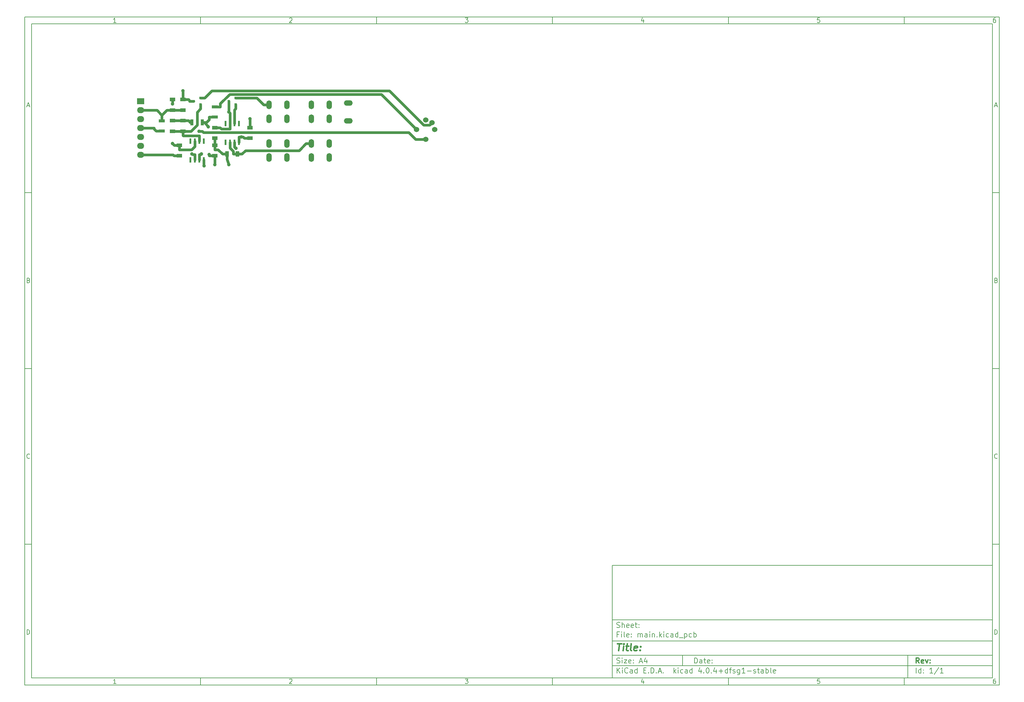
<source format=gbr>
G04 #@! TF.FileFunction,Copper,L1,Top,Signal*
%FSLAX46Y46*%
G04 Gerber Fmt 4.6, Leading zero omitted, Abs format (unit mm)*
G04 Created by KiCad (PCBNEW 4.0.4+dfsg1-stable) date Wed Feb 15 13:47:44 2017*
%MOMM*%
%LPD*%
G01*
G04 APERTURE LIST*
%ADD10C,0.100000*%
%ADD11C,0.150000*%
%ADD12C,0.300000*%
%ADD13C,0.400000*%
%ADD14R,0.800100X0.800100*%
%ADD15R,1.600000X1.000000*%
%ADD16R,1.000000X1.600000*%
%ADD17R,0.900000X1.700000*%
%ADD18R,1.700000X0.900000*%
%ADD19R,0.600000X1.550000*%
%ADD20O,1.501140X2.499360*%
%ADD21O,2.499360X1.501140*%
%ADD22C,1.524000*%
%ADD23R,2.032000X1.727200*%
%ADD24O,2.032000X1.727200*%
%ADD25C,1.000000*%
%ADD26C,0.750000*%
G04 APERTURE END LIST*
D10*
D11*
X177002200Y-166007200D02*
X177002200Y-198007200D01*
X285002200Y-198007200D01*
X285002200Y-166007200D01*
X177002200Y-166007200D01*
D10*
D11*
X10000000Y-10000000D02*
X10000000Y-200007200D01*
X287002200Y-200007200D01*
X287002200Y-10000000D01*
X10000000Y-10000000D01*
D10*
D11*
X12000000Y-12000000D02*
X12000000Y-198007200D01*
X285002200Y-198007200D01*
X285002200Y-12000000D01*
X12000000Y-12000000D01*
D10*
D11*
X60000000Y-12000000D02*
X60000000Y-10000000D01*
D10*
D11*
X110000000Y-12000000D02*
X110000000Y-10000000D01*
D10*
D11*
X160000000Y-12000000D02*
X160000000Y-10000000D01*
D10*
D11*
X210000000Y-12000000D02*
X210000000Y-10000000D01*
D10*
D11*
X260000000Y-12000000D02*
X260000000Y-10000000D01*
D10*
D11*
X35990476Y-11588095D02*
X35247619Y-11588095D01*
X35619048Y-11588095D02*
X35619048Y-10288095D01*
X35495238Y-10473810D01*
X35371429Y-10597619D01*
X35247619Y-10659524D01*
D10*
D11*
X85247619Y-10411905D02*
X85309524Y-10350000D01*
X85433333Y-10288095D01*
X85742857Y-10288095D01*
X85866667Y-10350000D01*
X85928571Y-10411905D01*
X85990476Y-10535714D01*
X85990476Y-10659524D01*
X85928571Y-10845238D01*
X85185714Y-11588095D01*
X85990476Y-11588095D01*
D10*
D11*
X135185714Y-10288095D02*
X135990476Y-10288095D01*
X135557143Y-10783333D01*
X135742857Y-10783333D01*
X135866667Y-10845238D01*
X135928571Y-10907143D01*
X135990476Y-11030952D01*
X135990476Y-11340476D01*
X135928571Y-11464286D01*
X135866667Y-11526190D01*
X135742857Y-11588095D01*
X135371429Y-11588095D01*
X135247619Y-11526190D01*
X135185714Y-11464286D01*
D10*
D11*
X185866667Y-10721429D02*
X185866667Y-11588095D01*
X185557143Y-10226190D02*
X185247619Y-11154762D01*
X186052381Y-11154762D01*
D10*
D11*
X235928571Y-10288095D02*
X235309524Y-10288095D01*
X235247619Y-10907143D01*
X235309524Y-10845238D01*
X235433333Y-10783333D01*
X235742857Y-10783333D01*
X235866667Y-10845238D01*
X235928571Y-10907143D01*
X235990476Y-11030952D01*
X235990476Y-11340476D01*
X235928571Y-11464286D01*
X235866667Y-11526190D01*
X235742857Y-11588095D01*
X235433333Y-11588095D01*
X235309524Y-11526190D01*
X235247619Y-11464286D01*
D10*
D11*
X285866667Y-10288095D02*
X285619048Y-10288095D01*
X285495238Y-10350000D01*
X285433333Y-10411905D01*
X285309524Y-10597619D01*
X285247619Y-10845238D01*
X285247619Y-11340476D01*
X285309524Y-11464286D01*
X285371429Y-11526190D01*
X285495238Y-11588095D01*
X285742857Y-11588095D01*
X285866667Y-11526190D01*
X285928571Y-11464286D01*
X285990476Y-11340476D01*
X285990476Y-11030952D01*
X285928571Y-10907143D01*
X285866667Y-10845238D01*
X285742857Y-10783333D01*
X285495238Y-10783333D01*
X285371429Y-10845238D01*
X285309524Y-10907143D01*
X285247619Y-11030952D01*
D10*
D11*
X60000000Y-198007200D02*
X60000000Y-200007200D01*
D10*
D11*
X110000000Y-198007200D02*
X110000000Y-200007200D01*
D10*
D11*
X160000000Y-198007200D02*
X160000000Y-200007200D01*
D10*
D11*
X210000000Y-198007200D02*
X210000000Y-200007200D01*
D10*
D11*
X260000000Y-198007200D02*
X260000000Y-200007200D01*
D10*
D11*
X35990476Y-199595295D02*
X35247619Y-199595295D01*
X35619048Y-199595295D02*
X35619048Y-198295295D01*
X35495238Y-198481010D01*
X35371429Y-198604819D01*
X35247619Y-198666724D01*
D10*
D11*
X85247619Y-198419105D02*
X85309524Y-198357200D01*
X85433333Y-198295295D01*
X85742857Y-198295295D01*
X85866667Y-198357200D01*
X85928571Y-198419105D01*
X85990476Y-198542914D01*
X85990476Y-198666724D01*
X85928571Y-198852438D01*
X85185714Y-199595295D01*
X85990476Y-199595295D01*
D10*
D11*
X135185714Y-198295295D02*
X135990476Y-198295295D01*
X135557143Y-198790533D01*
X135742857Y-198790533D01*
X135866667Y-198852438D01*
X135928571Y-198914343D01*
X135990476Y-199038152D01*
X135990476Y-199347676D01*
X135928571Y-199471486D01*
X135866667Y-199533390D01*
X135742857Y-199595295D01*
X135371429Y-199595295D01*
X135247619Y-199533390D01*
X135185714Y-199471486D01*
D10*
D11*
X185866667Y-198728629D02*
X185866667Y-199595295D01*
X185557143Y-198233390D02*
X185247619Y-199161962D01*
X186052381Y-199161962D01*
D10*
D11*
X235928571Y-198295295D02*
X235309524Y-198295295D01*
X235247619Y-198914343D01*
X235309524Y-198852438D01*
X235433333Y-198790533D01*
X235742857Y-198790533D01*
X235866667Y-198852438D01*
X235928571Y-198914343D01*
X235990476Y-199038152D01*
X235990476Y-199347676D01*
X235928571Y-199471486D01*
X235866667Y-199533390D01*
X235742857Y-199595295D01*
X235433333Y-199595295D01*
X235309524Y-199533390D01*
X235247619Y-199471486D01*
D10*
D11*
X285866667Y-198295295D02*
X285619048Y-198295295D01*
X285495238Y-198357200D01*
X285433333Y-198419105D01*
X285309524Y-198604819D01*
X285247619Y-198852438D01*
X285247619Y-199347676D01*
X285309524Y-199471486D01*
X285371429Y-199533390D01*
X285495238Y-199595295D01*
X285742857Y-199595295D01*
X285866667Y-199533390D01*
X285928571Y-199471486D01*
X285990476Y-199347676D01*
X285990476Y-199038152D01*
X285928571Y-198914343D01*
X285866667Y-198852438D01*
X285742857Y-198790533D01*
X285495238Y-198790533D01*
X285371429Y-198852438D01*
X285309524Y-198914343D01*
X285247619Y-199038152D01*
D10*
D11*
X10000000Y-60000000D02*
X12000000Y-60000000D01*
D10*
D11*
X10000000Y-110000000D02*
X12000000Y-110000000D01*
D10*
D11*
X10000000Y-160000000D02*
X12000000Y-160000000D01*
D10*
D11*
X10690476Y-35216667D02*
X11309524Y-35216667D01*
X10566667Y-35588095D02*
X11000000Y-34288095D01*
X11433333Y-35588095D01*
D10*
D11*
X11092857Y-84907143D02*
X11278571Y-84969048D01*
X11340476Y-85030952D01*
X11402381Y-85154762D01*
X11402381Y-85340476D01*
X11340476Y-85464286D01*
X11278571Y-85526190D01*
X11154762Y-85588095D01*
X10659524Y-85588095D01*
X10659524Y-84288095D01*
X11092857Y-84288095D01*
X11216667Y-84350000D01*
X11278571Y-84411905D01*
X11340476Y-84535714D01*
X11340476Y-84659524D01*
X11278571Y-84783333D01*
X11216667Y-84845238D01*
X11092857Y-84907143D01*
X10659524Y-84907143D01*
D10*
D11*
X11402381Y-135464286D02*
X11340476Y-135526190D01*
X11154762Y-135588095D01*
X11030952Y-135588095D01*
X10845238Y-135526190D01*
X10721429Y-135402381D01*
X10659524Y-135278571D01*
X10597619Y-135030952D01*
X10597619Y-134845238D01*
X10659524Y-134597619D01*
X10721429Y-134473810D01*
X10845238Y-134350000D01*
X11030952Y-134288095D01*
X11154762Y-134288095D01*
X11340476Y-134350000D01*
X11402381Y-134411905D01*
D10*
D11*
X10659524Y-185588095D02*
X10659524Y-184288095D01*
X10969048Y-184288095D01*
X11154762Y-184350000D01*
X11278571Y-184473810D01*
X11340476Y-184597619D01*
X11402381Y-184845238D01*
X11402381Y-185030952D01*
X11340476Y-185278571D01*
X11278571Y-185402381D01*
X11154762Y-185526190D01*
X10969048Y-185588095D01*
X10659524Y-185588095D01*
D10*
D11*
X287002200Y-60000000D02*
X285002200Y-60000000D01*
D10*
D11*
X287002200Y-110000000D02*
X285002200Y-110000000D01*
D10*
D11*
X287002200Y-160000000D02*
X285002200Y-160000000D01*
D10*
D11*
X285692676Y-35216667D02*
X286311724Y-35216667D01*
X285568867Y-35588095D02*
X286002200Y-34288095D01*
X286435533Y-35588095D01*
D10*
D11*
X286095057Y-84907143D02*
X286280771Y-84969048D01*
X286342676Y-85030952D01*
X286404581Y-85154762D01*
X286404581Y-85340476D01*
X286342676Y-85464286D01*
X286280771Y-85526190D01*
X286156962Y-85588095D01*
X285661724Y-85588095D01*
X285661724Y-84288095D01*
X286095057Y-84288095D01*
X286218867Y-84350000D01*
X286280771Y-84411905D01*
X286342676Y-84535714D01*
X286342676Y-84659524D01*
X286280771Y-84783333D01*
X286218867Y-84845238D01*
X286095057Y-84907143D01*
X285661724Y-84907143D01*
D10*
D11*
X286404581Y-135464286D02*
X286342676Y-135526190D01*
X286156962Y-135588095D01*
X286033152Y-135588095D01*
X285847438Y-135526190D01*
X285723629Y-135402381D01*
X285661724Y-135278571D01*
X285599819Y-135030952D01*
X285599819Y-134845238D01*
X285661724Y-134597619D01*
X285723629Y-134473810D01*
X285847438Y-134350000D01*
X286033152Y-134288095D01*
X286156962Y-134288095D01*
X286342676Y-134350000D01*
X286404581Y-134411905D01*
D10*
D11*
X285661724Y-185588095D02*
X285661724Y-184288095D01*
X285971248Y-184288095D01*
X286156962Y-184350000D01*
X286280771Y-184473810D01*
X286342676Y-184597619D01*
X286404581Y-184845238D01*
X286404581Y-185030952D01*
X286342676Y-185278571D01*
X286280771Y-185402381D01*
X286156962Y-185526190D01*
X285971248Y-185588095D01*
X285661724Y-185588095D01*
D10*
D11*
X200359343Y-193785771D02*
X200359343Y-192285771D01*
X200716486Y-192285771D01*
X200930771Y-192357200D01*
X201073629Y-192500057D01*
X201145057Y-192642914D01*
X201216486Y-192928629D01*
X201216486Y-193142914D01*
X201145057Y-193428629D01*
X201073629Y-193571486D01*
X200930771Y-193714343D01*
X200716486Y-193785771D01*
X200359343Y-193785771D01*
X202502200Y-193785771D02*
X202502200Y-193000057D01*
X202430771Y-192857200D01*
X202287914Y-192785771D01*
X202002200Y-192785771D01*
X201859343Y-192857200D01*
X202502200Y-193714343D02*
X202359343Y-193785771D01*
X202002200Y-193785771D01*
X201859343Y-193714343D01*
X201787914Y-193571486D01*
X201787914Y-193428629D01*
X201859343Y-193285771D01*
X202002200Y-193214343D01*
X202359343Y-193214343D01*
X202502200Y-193142914D01*
X203002200Y-192785771D02*
X203573629Y-192785771D01*
X203216486Y-192285771D02*
X203216486Y-193571486D01*
X203287914Y-193714343D01*
X203430772Y-193785771D01*
X203573629Y-193785771D01*
X204645057Y-193714343D02*
X204502200Y-193785771D01*
X204216486Y-193785771D01*
X204073629Y-193714343D01*
X204002200Y-193571486D01*
X204002200Y-193000057D01*
X204073629Y-192857200D01*
X204216486Y-192785771D01*
X204502200Y-192785771D01*
X204645057Y-192857200D01*
X204716486Y-193000057D01*
X204716486Y-193142914D01*
X204002200Y-193285771D01*
X205359343Y-193642914D02*
X205430771Y-193714343D01*
X205359343Y-193785771D01*
X205287914Y-193714343D01*
X205359343Y-193642914D01*
X205359343Y-193785771D01*
X205359343Y-192857200D02*
X205430771Y-192928629D01*
X205359343Y-193000057D01*
X205287914Y-192928629D01*
X205359343Y-192857200D01*
X205359343Y-193000057D01*
D10*
D11*
X177002200Y-194507200D02*
X285002200Y-194507200D01*
D10*
D11*
X178359343Y-196585771D02*
X178359343Y-195085771D01*
X179216486Y-196585771D02*
X178573629Y-195728629D01*
X179216486Y-195085771D02*
X178359343Y-195942914D01*
X179859343Y-196585771D02*
X179859343Y-195585771D01*
X179859343Y-195085771D02*
X179787914Y-195157200D01*
X179859343Y-195228629D01*
X179930771Y-195157200D01*
X179859343Y-195085771D01*
X179859343Y-195228629D01*
X181430772Y-196442914D02*
X181359343Y-196514343D01*
X181145057Y-196585771D01*
X181002200Y-196585771D01*
X180787915Y-196514343D01*
X180645057Y-196371486D01*
X180573629Y-196228629D01*
X180502200Y-195942914D01*
X180502200Y-195728629D01*
X180573629Y-195442914D01*
X180645057Y-195300057D01*
X180787915Y-195157200D01*
X181002200Y-195085771D01*
X181145057Y-195085771D01*
X181359343Y-195157200D01*
X181430772Y-195228629D01*
X182716486Y-196585771D02*
X182716486Y-195800057D01*
X182645057Y-195657200D01*
X182502200Y-195585771D01*
X182216486Y-195585771D01*
X182073629Y-195657200D01*
X182716486Y-196514343D02*
X182573629Y-196585771D01*
X182216486Y-196585771D01*
X182073629Y-196514343D01*
X182002200Y-196371486D01*
X182002200Y-196228629D01*
X182073629Y-196085771D01*
X182216486Y-196014343D01*
X182573629Y-196014343D01*
X182716486Y-195942914D01*
X184073629Y-196585771D02*
X184073629Y-195085771D01*
X184073629Y-196514343D02*
X183930772Y-196585771D01*
X183645058Y-196585771D01*
X183502200Y-196514343D01*
X183430772Y-196442914D01*
X183359343Y-196300057D01*
X183359343Y-195871486D01*
X183430772Y-195728629D01*
X183502200Y-195657200D01*
X183645058Y-195585771D01*
X183930772Y-195585771D01*
X184073629Y-195657200D01*
X185930772Y-195800057D02*
X186430772Y-195800057D01*
X186645058Y-196585771D02*
X185930772Y-196585771D01*
X185930772Y-195085771D01*
X186645058Y-195085771D01*
X187287915Y-196442914D02*
X187359343Y-196514343D01*
X187287915Y-196585771D01*
X187216486Y-196514343D01*
X187287915Y-196442914D01*
X187287915Y-196585771D01*
X188002201Y-196585771D02*
X188002201Y-195085771D01*
X188359344Y-195085771D01*
X188573629Y-195157200D01*
X188716487Y-195300057D01*
X188787915Y-195442914D01*
X188859344Y-195728629D01*
X188859344Y-195942914D01*
X188787915Y-196228629D01*
X188716487Y-196371486D01*
X188573629Y-196514343D01*
X188359344Y-196585771D01*
X188002201Y-196585771D01*
X189502201Y-196442914D02*
X189573629Y-196514343D01*
X189502201Y-196585771D01*
X189430772Y-196514343D01*
X189502201Y-196442914D01*
X189502201Y-196585771D01*
X190145058Y-196157200D02*
X190859344Y-196157200D01*
X190002201Y-196585771D02*
X190502201Y-195085771D01*
X191002201Y-196585771D01*
X191502201Y-196442914D02*
X191573629Y-196514343D01*
X191502201Y-196585771D01*
X191430772Y-196514343D01*
X191502201Y-196442914D01*
X191502201Y-196585771D01*
X194502201Y-196585771D02*
X194502201Y-195085771D01*
X194645058Y-196014343D02*
X195073629Y-196585771D01*
X195073629Y-195585771D02*
X194502201Y-196157200D01*
X195716487Y-196585771D02*
X195716487Y-195585771D01*
X195716487Y-195085771D02*
X195645058Y-195157200D01*
X195716487Y-195228629D01*
X195787915Y-195157200D01*
X195716487Y-195085771D01*
X195716487Y-195228629D01*
X197073630Y-196514343D02*
X196930773Y-196585771D01*
X196645059Y-196585771D01*
X196502201Y-196514343D01*
X196430773Y-196442914D01*
X196359344Y-196300057D01*
X196359344Y-195871486D01*
X196430773Y-195728629D01*
X196502201Y-195657200D01*
X196645059Y-195585771D01*
X196930773Y-195585771D01*
X197073630Y-195657200D01*
X198359344Y-196585771D02*
X198359344Y-195800057D01*
X198287915Y-195657200D01*
X198145058Y-195585771D01*
X197859344Y-195585771D01*
X197716487Y-195657200D01*
X198359344Y-196514343D02*
X198216487Y-196585771D01*
X197859344Y-196585771D01*
X197716487Y-196514343D01*
X197645058Y-196371486D01*
X197645058Y-196228629D01*
X197716487Y-196085771D01*
X197859344Y-196014343D01*
X198216487Y-196014343D01*
X198359344Y-195942914D01*
X199716487Y-196585771D02*
X199716487Y-195085771D01*
X199716487Y-196514343D02*
X199573630Y-196585771D01*
X199287916Y-196585771D01*
X199145058Y-196514343D01*
X199073630Y-196442914D01*
X199002201Y-196300057D01*
X199002201Y-195871486D01*
X199073630Y-195728629D01*
X199145058Y-195657200D01*
X199287916Y-195585771D01*
X199573630Y-195585771D01*
X199716487Y-195657200D01*
X202216487Y-195585771D02*
X202216487Y-196585771D01*
X201859344Y-195014343D02*
X201502201Y-196085771D01*
X202430773Y-196085771D01*
X203002201Y-196442914D02*
X203073629Y-196514343D01*
X203002201Y-196585771D01*
X202930772Y-196514343D01*
X203002201Y-196442914D01*
X203002201Y-196585771D01*
X204002201Y-195085771D02*
X204145058Y-195085771D01*
X204287915Y-195157200D01*
X204359344Y-195228629D01*
X204430773Y-195371486D01*
X204502201Y-195657200D01*
X204502201Y-196014343D01*
X204430773Y-196300057D01*
X204359344Y-196442914D01*
X204287915Y-196514343D01*
X204145058Y-196585771D01*
X204002201Y-196585771D01*
X203859344Y-196514343D01*
X203787915Y-196442914D01*
X203716487Y-196300057D01*
X203645058Y-196014343D01*
X203645058Y-195657200D01*
X203716487Y-195371486D01*
X203787915Y-195228629D01*
X203859344Y-195157200D01*
X204002201Y-195085771D01*
X205145058Y-196442914D02*
X205216486Y-196514343D01*
X205145058Y-196585771D01*
X205073629Y-196514343D01*
X205145058Y-196442914D01*
X205145058Y-196585771D01*
X206502201Y-195585771D02*
X206502201Y-196585771D01*
X206145058Y-195014343D02*
X205787915Y-196085771D01*
X206716487Y-196085771D01*
X207287915Y-196014343D02*
X208430772Y-196014343D01*
X207859343Y-196585771D02*
X207859343Y-195442914D01*
X209787915Y-196585771D02*
X209787915Y-195085771D01*
X209787915Y-196514343D02*
X209645058Y-196585771D01*
X209359344Y-196585771D01*
X209216486Y-196514343D01*
X209145058Y-196442914D01*
X209073629Y-196300057D01*
X209073629Y-195871486D01*
X209145058Y-195728629D01*
X209216486Y-195657200D01*
X209359344Y-195585771D01*
X209645058Y-195585771D01*
X209787915Y-195657200D01*
X210287915Y-195585771D02*
X210859344Y-195585771D01*
X210502201Y-196585771D02*
X210502201Y-195300057D01*
X210573629Y-195157200D01*
X210716487Y-195085771D01*
X210859344Y-195085771D01*
X211287915Y-196514343D02*
X211430772Y-196585771D01*
X211716487Y-196585771D01*
X211859344Y-196514343D01*
X211930772Y-196371486D01*
X211930772Y-196300057D01*
X211859344Y-196157200D01*
X211716487Y-196085771D01*
X211502201Y-196085771D01*
X211359344Y-196014343D01*
X211287915Y-195871486D01*
X211287915Y-195800057D01*
X211359344Y-195657200D01*
X211502201Y-195585771D01*
X211716487Y-195585771D01*
X211859344Y-195657200D01*
X213216487Y-195585771D02*
X213216487Y-196800057D01*
X213145058Y-196942914D01*
X213073630Y-197014343D01*
X212930773Y-197085771D01*
X212716487Y-197085771D01*
X212573630Y-197014343D01*
X213216487Y-196514343D02*
X213073630Y-196585771D01*
X212787916Y-196585771D01*
X212645058Y-196514343D01*
X212573630Y-196442914D01*
X212502201Y-196300057D01*
X212502201Y-195871486D01*
X212573630Y-195728629D01*
X212645058Y-195657200D01*
X212787916Y-195585771D01*
X213073630Y-195585771D01*
X213216487Y-195657200D01*
X214716487Y-196585771D02*
X213859344Y-196585771D01*
X214287916Y-196585771D02*
X214287916Y-195085771D01*
X214145059Y-195300057D01*
X214002201Y-195442914D01*
X213859344Y-195514343D01*
X215359344Y-196014343D02*
X216502201Y-196014343D01*
X217145058Y-196514343D02*
X217287915Y-196585771D01*
X217573630Y-196585771D01*
X217716487Y-196514343D01*
X217787915Y-196371486D01*
X217787915Y-196300057D01*
X217716487Y-196157200D01*
X217573630Y-196085771D01*
X217359344Y-196085771D01*
X217216487Y-196014343D01*
X217145058Y-195871486D01*
X217145058Y-195800057D01*
X217216487Y-195657200D01*
X217359344Y-195585771D01*
X217573630Y-195585771D01*
X217716487Y-195657200D01*
X218216487Y-195585771D02*
X218787916Y-195585771D01*
X218430773Y-195085771D02*
X218430773Y-196371486D01*
X218502201Y-196514343D01*
X218645059Y-196585771D01*
X218787916Y-196585771D01*
X219930773Y-196585771D02*
X219930773Y-195800057D01*
X219859344Y-195657200D01*
X219716487Y-195585771D01*
X219430773Y-195585771D01*
X219287916Y-195657200D01*
X219930773Y-196514343D02*
X219787916Y-196585771D01*
X219430773Y-196585771D01*
X219287916Y-196514343D01*
X219216487Y-196371486D01*
X219216487Y-196228629D01*
X219287916Y-196085771D01*
X219430773Y-196014343D01*
X219787916Y-196014343D01*
X219930773Y-195942914D01*
X220645059Y-196585771D02*
X220645059Y-195085771D01*
X220645059Y-195657200D02*
X220787916Y-195585771D01*
X221073630Y-195585771D01*
X221216487Y-195657200D01*
X221287916Y-195728629D01*
X221359345Y-195871486D01*
X221359345Y-196300057D01*
X221287916Y-196442914D01*
X221216487Y-196514343D01*
X221073630Y-196585771D01*
X220787916Y-196585771D01*
X220645059Y-196514343D01*
X222216488Y-196585771D02*
X222073630Y-196514343D01*
X222002202Y-196371486D01*
X222002202Y-195085771D01*
X223359344Y-196514343D02*
X223216487Y-196585771D01*
X222930773Y-196585771D01*
X222787916Y-196514343D01*
X222716487Y-196371486D01*
X222716487Y-195800057D01*
X222787916Y-195657200D01*
X222930773Y-195585771D01*
X223216487Y-195585771D01*
X223359344Y-195657200D01*
X223430773Y-195800057D01*
X223430773Y-195942914D01*
X222716487Y-196085771D01*
D10*
D11*
X177002200Y-191507200D02*
X285002200Y-191507200D01*
D10*
D12*
X264216486Y-193785771D02*
X263716486Y-193071486D01*
X263359343Y-193785771D02*
X263359343Y-192285771D01*
X263930771Y-192285771D01*
X264073629Y-192357200D01*
X264145057Y-192428629D01*
X264216486Y-192571486D01*
X264216486Y-192785771D01*
X264145057Y-192928629D01*
X264073629Y-193000057D01*
X263930771Y-193071486D01*
X263359343Y-193071486D01*
X265430771Y-193714343D02*
X265287914Y-193785771D01*
X265002200Y-193785771D01*
X264859343Y-193714343D01*
X264787914Y-193571486D01*
X264787914Y-193000057D01*
X264859343Y-192857200D01*
X265002200Y-192785771D01*
X265287914Y-192785771D01*
X265430771Y-192857200D01*
X265502200Y-193000057D01*
X265502200Y-193142914D01*
X264787914Y-193285771D01*
X266002200Y-192785771D02*
X266359343Y-193785771D01*
X266716485Y-192785771D01*
X267287914Y-193642914D02*
X267359342Y-193714343D01*
X267287914Y-193785771D01*
X267216485Y-193714343D01*
X267287914Y-193642914D01*
X267287914Y-193785771D01*
X267287914Y-192857200D02*
X267359342Y-192928629D01*
X267287914Y-193000057D01*
X267216485Y-192928629D01*
X267287914Y-192857200D01*
X267287914Y-193000057D01*
D10*
D11*
X178287914Y-193714343D02*
X178502200Y-193785771D01*
X178859343Y-193785771D01*
X179002200Y-193714343D01*
X179073629Y-193642914D01*
X179145057Y-193500057D01*
X179145057Y-193357200D01*
X179073629Y-193214343D01*
X179002200Y-193142914D01*
X178859343Y-193071486D01*
X178573629Y-193000057D01*
X178430771Y-192928629D01*
X178359343Y-192857200D01*
X178287914Y-192714343D01*
X178287914Y-192571486D01*
X178359343Y-192428629D01*
X178430771Y-192357200D01*
X178573629Y-192285771D01*
X178930771Y-192285771D01*
X179145057Y-192357200D01*
X179787914Y-193785771D02*
X179787914Y-192785771D01*
X179787914Y-192285771D02*
X179716485Y-192357200D01*
X179787914Y-192428629D01*
X179859342Y-192357200D01*
X179787914Y-192285771D01*
X179787914Y-192428629D01*
X180359343Y-192785771D02*
X181145057Y-192785771D01*
X180359343Y-193785771D01*
X181145057Y-193785771D01*
X182287914Y-193714343D02*
X182145057Y-193785771D01*
X181859343Y-193785771D01*
X181716486Y-193714343D01*
X181645057Y-193571486D01*
X181645057Y-193000057D01*
X181716486Y-192857200D01*
X181859343Y-192785771D01*
X182145057Y-192785771D01*
X182287914Y-192857200D01*
X182359343Y-193000057D01*
X182359343Y-193142914D01*
X181645057Y-193285771D01*
X183002200Y-193642914D02*
X183073628Y-193714343D01*
X183002200Y-193785771D01*
X182930771Y-193714343D01*
X183002200Y-193642914D01*
X183002200Y-193785771D01*
X183002200Y-192857200D02*
X183073628Y-192928629D01*
X183002200Y-193000057D01*
X182930771Y-192928629D01*
X183002200Y-192857200D01*
X183002200Y-193000057D01*
X184787914Y-193357200D02*
X185502200Y-193357200D01*
X184645057Y-193785771D02*
X185145057Y-192285771D01*
X185645057Y-193785771D01*
X186787914Y-192785771D02*
X186787914Y-193785771D01*
X186430771Y-192214343D02*
X186073628Y-193285771D01*
X187002200Y-193285771D01*
D10*
D11*
X263359343Y-196585771D02*
X263359343Y-195085771D01*
X264716486Y-196585771D02*
X264716486Y-195085771D01*
X264716486Y-196514343D02*
X264573629Y-196585771D01*
X264287915Y-196585771D01*
X264145057Y-196514343D01*
X264073629Y-196442914D01*
X264002200Y-196300057D01*
X264002200Y-195871486D01*
X264073629Y-195728629D01*
X264145057Y-195657200D01*
X264287915Y-195585771D01*
X264573629Y-195585771D01*
X264716486Y-195657200D01*
X265430772Y-196442914D02*
X265502200Y-196514343D01*
X265430772Y-196585771D01*
X265359343Y-196514343D01*
X265430772Y-196442914D01*
X265430772Y-196585771D01*
X265430772Y-195657200D02*
X265502200Y-195728629D01*
X265430772Y-195800057D01*
X265359343Y-195728629D01*
X265430772Y-195657200D01*
X265430772Y-195800057D01*
X268073629Y-196585771D02*
X267216486Y-196585771D01*
X267645058Y-196585771D02*
X267645058Y-195085771D01*
X267502201Y-195300057D01*
X267359343Y-195442914D01*
X267216486Y-195514343D01*
X269787914Y-195014343D02*
X268502200Y-196942914D01*
X271073629Y-196585771D02*
X270216486Y-196585771D01*
X270645058Y-196585771D02*
X270645058Y-195085771D01*
X270502201Y-195300057D01*
X270359343Y-195442914D01*
X270216486Y-195514343D01*
D10*
D11*
X177002200Y-187507200D02*
X285002200Y-187507200D01*
D10*
D13*
X178454581Y-188211962D02*
X179597438Y-188211962D01*
X178776010Y-190211962D02*
X179026010Y-188211962D01*
X180014105Y-190211962D02*
X180180771Y-188878629D01*
X180264105Y-188211962D02*
X180156962Y-188307200D01*
X180240295Y-188402438D01*
X180347439Y-188307200D01*
X180264105Y-188211962D01*
X180240295Y-188402438D01*
X180847438Y-188878629D02*
X181609343Y-188878629D01*
X181216486Y-188211962D02*
X181002200Y-189926248D01*
X181073630Y-190116724D01*
X181252201Y-190211962D01*
X181442677Y-190211962D01*
X182395058Y-190211962D02*
X182216487Y-190116724D01*
X182145057Y-189926248D01*
X182359343Y-188211962D01*
X183930772Y-190116724D02*
X183728391Y-190211962D01*
X183347439Y-190211962D01*
X183168867Y-190116724D01*
X183097438Y-189926248D01*
X183192676Y-189164343D01*
X183311724Y-188973867D01*
X183514105Y-188878629D01*
X183895057Y-188878629D01*
X184073629Y-188973867D01*
X184145057Y-189164343D01*
X184121248Y-189354819D01*
X183145057Y-189545295D01*
X184895057Y-190021486D02*
X184978392Y-190116724D01*
X184871248Y-190211962D01*
X184787915Y-190116724D01*
X184895057Y-190021486D01*
X184871248Y-190211962D01*
X185026010Y-188973867D02*
X185109344Y-189069105D01*
X185002200Y-189164343D01*
X184918867Y-189069105D01*
X185026010Y-188973867D01*
X185002200Y-189164343D01*
D10*
D11*
X178859343Y-185600057D02*
X178359343Y-185600057D01*
X178359343Y-186385771D02*
X178359343Y-184885771D01*
X179073629Y-184885771D01*
X179645057Y-186385771D02*
X179645057Y-185385771D01*
X179645057Y-184885771D02*
X179573628Y-184957200D01*
X179645057Y-185028629D01*
X179716485Y-184957200D01*
X179645057Y-184885771D01*
X179645057Y-185028629D01*
X180573629Y-186385771D02*
X180430771Y-186314343D01*
X180359343Y-186171486D01*
X180359343Y-184885771D01*
X181716485Y-186314343D02*
X181573628Y-186385771D01*
X181287914Y-186385771D01*
X181145057Y-186314343D01*
X181073628Y-186171486D01*
X181073628Y-185600057D01*
X181145057Y-185457200D01*
X181287914Y-185385771D01*
X181573628Y-185385771D01*
X181716485Y-185457200D01*
X181787914Y-185600057D01*
X181787914Y-185742914D01*
X181073628Y-185885771D01*
X182430771Y-186242914D02*
X182502199Y-186314343D01*
X182430771Y-186385771D01*
X182359342Y-186314343D01*
X182430771Y-186242914D01*
X182430771Y-186385771D01*
X182430771Y-185457200D02*
X182502199Y-185528629D01*
X182430771Y-185600057D01*
X182359342Y-185528629D01*
X182430771Y-185457200D01*
X182430771Y-185600057D01*
X184287914Y-186385771D02*
X184287914Y-185385771D01*
X184287914Y-185528629D02*
X184359342Y-185457200D01*
X184502200Y-185385771D01*
X184716485Y-185385771D01*
X184859342Y-185457200D01*
X184930771Y-185600057D01*
X184930771Y-186385771D01*
X184930771Y-185600057D02*
X185002200Y-185457200D01*
X185145057Y-185385771D01*
X185359342Y-185385771D01*
X185502200Y-185457200D01*
X185573628Y-185600057D01*
X185573628Y-186385771D01*
X186930771Y-186385771D02*
X186930771Y-185600057D01*
X186859342Y-185457200D01*
X186716485Y-185385771D01*
X186430771Y-185385771D01*
X186287914Y-185457200D01*
X186930771Y-186314343D02*
X186787914Y-186385771D01*
X186430771Y-186385771D01*
X186287914Y-186314343D01*
X186216485Y-186171486D01*
X186216485Y-186028629D01*
X186287914Y-185885771D01*
X186430771Y-185814343D01*
X186787914Y-185814343D01*
X186930771Y-185742914D01*
X187645057Y-186385771D02*
X187645057Y-185385771D01*
X187645057Y-184885771D02*
X187573628Y-184957200D01*
X187645057Y-185028629D01*
X187716485Y-184957200D01*
X187645057Y-184885771D01*
X187645057Y-185028629D01*
X188359343Y-185385771D02*
X188359343Y-186385771D01*
X188359343Y-185528629D02*
X188430771Y-185457200D01*
X188573629Y-185385771D01*
X188787914Y-185385771D01*
X188930771Y-185457200D01*
X189002200Y-185600057D01*
X189002200Y-186385771D01*
X189716486Y-186242914D02*
X189787914Y-186314343D01*
X189716486Y-186385771D01*
X189645057Y-186314343D01*
X189716486Y-186242914D01*
X189716486Y-186385771D01*
X190430772Y-186385771D02*
X190430772Y-184885771D01*
X190573629Y-185814343D02*
X191002200Y-186385771D01*
X191002200Y-185385771D02*
X190430772Y-185957200D01*
X191645058Y-186385771D02*
X191645058Y-185385771D01*
X191645058Y-184885771D02*
X191573629Y-184957200D01*
X191645058Y-185028629D01*
X191716486Y-184957200D01*
X191645058Y-184885771D01*
X191645058Y-185028629D01*
X193002201Y-186314343D02*
X192859344Y-186385771D01*
X192573630Y-186385771D01*
X192430772Y-186314343D01*
X192359344Y-186242914D01*
X192287915Y-186100057D01*
X192287915Y-185671486D01*
X192359344Y-185528629D01*
X192430772Y-185457200D01*
X192573630Y-185385771D01*
X192859344Y-185385771D01*
X193002201Y-185457200D01*
X194287915Y-186385771D02*
X194287915Y-185600057D01*
X194216486Y-185457200D01*
X194073629Y-185385771D01*
X193787915Y-185385771D01*
X193645058Y-185457200D01*
X194287915Y-186314343D02*
X194145058Y-186385771D01*
X193787915Y-186385771D01*
X193645058Y-186314343D01*
X193573629Y-186171486D01*
X193573629Y-186028629D01*
X193645058Y-185885771D01*
X193787915Y-185814343D01*
X194145058Y-185814343D01*
X194287915Y-185742914D01*
X195645058Y-186385771D02*
X195645058Y-184885771D01*
X195645058Y-186314343D02*
X195502201Y-186385771D01*
X195216487Y-186385771D01*
X195073629Y-186314343D01*
X195002201Y-186242914D01*
X194930772Y-186100057D01*
X194930772Y-185671486D01*
X195002201Y-185528629D01*
X195073629Y-185457200D01*
X195216487Y-185385771D01*
X195502201Y-185385771D01*
X195645058Y-185457200D01*
X196002201Y-186528629D02*
X197145058Y-186528629D01*
X197502201Y-185385771D02*
X197502201Y-186885771D01*
X197502201Y-185457200D02*
X197645058Y-185385771D01*
X197930772Y-185385771D01*
X198073629Y-185457200D01*
X198145058Y-185528629D01*
X198216487Y-185671486D01*
X198216487Y-186100057D01*
X198145058Y-186242914D01*
X198073629Y-186314343D01*
X197930772Y-186385771D01*
X197645058Y-186385771D01*
X197502201Y-186314343D01*
X199502201Y-186314343D02*
X199359344Y-186385771D01*
X199073630Y-186385771D01*
X198930772Y-186314343D01*
X198859344Y-186242914D01*
X198787915Y-186100057D01*
X198787915Y-185671486D01*
X198859344Y-185528629D01*
X198930772Y-185457200D01*
X199073630Y-185385771D01*
X199359344Y-185385771D01*
X199502201Y-185457200D01*
X200145058Y-186385771D02*
X200145058Y-184885771D01*
X200145058Y-185457200D02*
X200287915Y-185385771D01*
X200573629Y-185385771D01*
X200716486Y-185457200D01*
X200787915Y-185528629D01*
X200859344Y-185671486D01*
X200859344Y-186100057D01*
X200787915Y-186242914D01*
X200716486Y-186314343D01*
X200573629Y-186385771D01*
X200287915Y-186385771D01*
X200145058Y-186314343D01*
D10*
D11*
X177002200Y-181507200D02*
X285002200Y-181507200D01*
D10*
D11*
X178287914Y-183614343D02*
X178502200Y-183685771D01*
X178859343Y-183685771D01*
X179002200Y-183614343D01*
X179073629Y-183542914D01*
X179145057Y-183400057D01*
X179145057Y-183257200D01*
X179073629Y-183114343D01*
X179002200Y-183042914D01*
X178859343Y-182971486D01*
X178573629Y-182900057D01*
X178430771Y-182828629D01*
X178359343Y-182757200D01*
X178287914Y-182614343D01*
X178287914Y-182471486D01*
X178359343Y-182328629D01*
X178430771Y-182257200D01*
X178573629Y-182185771D01*
X178930771Y-182185771D01*
X179145057Y-182257200D01*
X179787914Y-183685771D02*
X179787914Y-182185771D01*
X180430771Y-183685771D02*
X180430771Y-182900057D01*
X180359342Y-182757200D01*
X180216485Y-182685771D01*
X180002200Y-182685771D01*
X179859342Y-182757200D01*
X179787914Y-182828629D01*
X181716485Y-183614343D02*
X181573628Y-183685771D01*
X181287914Y-183685771D01*
X181145057Y-183614343D01*
X181073628Y-183471486D01*
X181073628Y-182900057D01*
X181145057Y-182757200D01*
X181287914Y-182685771D01*
X181573628Y-182685771D01*
X181716485Y-182757200D01*
X181787914Y-182900057D01*
X181787914Y-183042914D01*
X181073628Y-183185771D01*
X183002199Y-183614343D02*
X182859342Y-183685771D01*
X182573628Y-183685771D01*
X182430771Y-183614343D01*
X182359342Y-183471486D01*
X182359342Y-182900057D01*
X182430771Y-182757200D01*
X182573628Y-182685771D01*
X182859342Y-182685771D01*
X183002199Y-182757200D01*
X183073628Y-182900057D01*
X183073628Y-183042914D01*
X182359342Y-183185771D01*
X183502199Y-182685771D02*
X184073628Y-182685771D01*
X183716485Y-182185771D02*
X183716485Y-183471486D01*
X183787913Y-183614343D01*
X183930771Y-183685771D01*
X184073628Y-183685771D01*
X184573628Y-183542914D02*
X184645056Y-183614343D01*
X184573628Y-183685771D01*
X184502199Y-183614343D01*
X184573628Y-183542914D01*
X184573628Y-183685771D01*
X184573628Y-182757200D02*
X184645056Y-182828629D01*
X184573628Y-182900057D01*
X184502199Y-182828629D01*
X184573628Y-182757200D01*
X184573628Y-182900057D01*
D10*
D11*
X197002200Y-191507200D02*
X197002200Y-194507200D01*
D10*
D11*
X261002200Y-191507200D02*
X261002200Y-198007200D01*
D14*
X60000760Y-34950000D03*
X60000760Y-33050000D03*
X58001780Y-34000000D03*
D15*
X55000000Y-39500000D03*
X55000000Y-42500000D03*
D16*
X70500000Y-49000000D03*
X67500000Y-49000000D03*
D15*
X52000000Y-33500000D03*
X52000000Y-36500000D03*
X64000000Y-49500000D03*
X64000000Y-46500000D03*
X74000000Y-44500000D03*
X74000000Y-41500000D03*
D17*
X60450000Y-40000000D03*
X57550000Y-40000000D03*
D18*
X64000000Y-38450000D03*
X64000000Y-35550000D03*
D19*
X57095000Y-50700000D03*
X58365000Y-50700000D03*
X59635000Y-50700000D03*
X60905000Y-50700000D03*
X60905000Y-45300000D03*
X59635000Y-45300000D03*
X58365000Y-45300000D03*
X57095000Y-45300000D03*
X67095000Y-45700000D03*
X68365000Y-45700000D03*
X69635000Y-45700000D03*
X70905000Y-45700000D03*
X70905000Y-40300000D03*
X69635000Y-40300000D03*
X68365000Y-40300000D03*
X67095000Y-40300000D03*
D14*
X70000760Y-34950000D03*
X70000760Y-33050000D03*
X68001780Y-34000000D03*
D20*
X79460000Y-35000000D03*
X84540000Y-35000000D03*
X84540000Y-50000000D03*
X79460000Y-50000000D03*
D21*
X102000000Y-34460000D03*
X102000000Y-39540000D03*
D20*
X91460000Y-35000000D03*
X96540000Y-35000000D03*
X96540000Y-50000000D03*
X91460000Y-50000000D03*
D22*
X121333000Y-42000000D03*
X124000000Y-44794000D03*
X126540000Y-42000000D03*
X124000000Y-39333000D03*
X125778000Y-40095000D03*
D15*
X55000000Y-33500000D03*
X55000000Y-36500000D03*
X54000000Y-46500000D03*
X54000000Y-49500000D03*
X64000000Y-41500000D03*
X64000000Y-44500000D03*
D23*
X43000000Y-34000000D03*
D24*
X43000000Y-36540000D03*
X43000000Y-39080000D03*
X43000000Y-41620000D03*
X43000000Y-44160000D03*
X43000000Y-46700000D03*
X43000000Y-49240000D03*
D18*
X49000000Y-42450000D03*
X49000000Y-39550000D03*
D15*
X52000000Y-39500000D03*
X52000000Y-42500000D03*
D20*
X84540000Y-39000000D03*
X79460000Y-39000000D03*
X79460000Y-46000000D03*
X84540000Y-46000000D03*
X96540000Y-39000000D03*
X91460000Y-39000000D03*
X91460000Y-46000000D03*
X96540000Y-46000000D03*
D25*
X52000000Y-46000000D03*
X68000000Y-37000000D03*
X55000000Y-31000000D03*
X64000000Y-52000000D03*
X71558000Y-44175000D03*
X61033700Y-52353700D03*
X62432900Y-49148100D03*
X52000000Y-34766300D03*
X70062500Y-47337500D03*
X62196500Y-41265200D03*
X57514600Y-48929400D03*
X74000000Y-39000000D03*
X68000000Y-52000000D03*
X59557400Y-42514100D03*
X60270000Y-48973300D03*
D26*
X54000000Y-46500000D02*
X52500000Y-46500000D01*
X52500000Y-46500000D02*
X52000000Y-46000000D01*
X68365000Y-41000000D02*
X68365000Y-37365000D01*
X68001780Y-36998220D02*
X68000000Y-37000000D01*
X68001780Y-36998220D02*
X68001780Y-34000000D01*
X68365000Y-37365000D02*
X68000000Y-37000000D01*
X55000000Y-33500000D02*
X55000000Y-31000000D01*
X65875000Y-41825000D02*
X68365000Y-41825000D01*
X65550000Y-41500000D02*
X65875000Y-41825000D01*
X64000000Y-41500000D02*
X65550000Y-41500000D01*
X68365000Y-40300000D02*
X68365000Y-41000000D01*
X68365000Y-41000000D02*
X68365000Y-41825000D01*
X54000000Y-46500000D02*
X54000000Y-47750000D01*
X56851700Y-33801700D02*
X56550000Y-33500000D01*
X56851700Y-34000000D02*
X56851700Y-33801700D01*
X58001800Y-34000000D02*
X56851700Y-34000000D01*
X58365000Y-45300000D02*
X58365000Y-46825000D01*
X55000000Y-33500000D02*
X56550000Y-33500000D01*
X57440000Y-47750000D02*
X54000000Y-47750000D01*
X58365000Y-46825000D02*
X57440000Y-47750000D01*
X64000000Y-49500000D02*
X64000000Y-52000000D01*
X60905000Y-50700000D02*
X60905000Y-52225000D01*
X61033700Y-52353700D02*
X60905000Y-52225000D01*
X70905000Y-45700000D02*
X70905000Y-44175000D01*
X70905000Y-44175000D02*
X71558000Y-44175000D01*
X72125000Y-44175000D02*
X72450000Y-44500000D01*
X71558000Y-44175000D02*
X72125000Y-44175000D01*
X74000000Y-44500000D02*
X72450000Y-44500000D01*
X62450000Y-49165200D02*
X62450000Y-49500000D01*
X62432900Y-49148100D02*
X62450000Y-49165200D01*
X64000000Y-49500000D02*
X62450000Y-49500000D01*
X52000000Y-34766300D02*
X52000000Y-33500000D01*
X69979600Y-47337500D02*
X69635000Y-46992900D01*
X70062500Y-47337500D02*
X69979600Y-47337500D01*
X69635000Y-45700000D02*
X69635000Y-46992900D01*
X57050000Y-40000000D02*
X56550000Y-39500000D01*
X57550000Y-40000000D02*
X57050000Y-40000000D01*
X55000000Y-39500000D02*
X56550000Y-39500000D01*
X52000000Y-39500000D02*
X55000000Y-39500000D01*
X55025000Y-43775000D02*
X55000000Y-43750000D01*
X59635000Y-43775000D02*
X55025000Y-43775000D01*
X59635000Y-45300000D02*
X59635000Y-43775000D01*
X55000000Y-42500000D02*
X55000000Y-43750000D01*
X52000000Y-42500000D02*
X55000000Y-42500000D01*
X59027200Y-37073600D02*
X60000800Y-36100000D01*
X59027200Y-40753800D02*
X59027200Y-37073600D01*
X57281000Y-42500000D02*
X59027200Y-40753800D01*
X55000000Y-42500000D02*
X57281000Y-42500000D01*
X60000800Y-34950000D02*
X60000800Y-36100000D01*
X72750000Y-48000000D02*
X71750000Y-49000000D01*
X87959400Y-48000000D02*
X72750000Y-48000000D01*
X89959400Y-46000000D02*
X87959400Y-48000000D01*
X91460000Y-46000000D02*
X89959400Y-46000000D01*
X70500000Y-49000000D02*
X71750000Y-49000000D01*
X69250000Y-48163700D02*
X69250000Y-49000000D01*
X68365000Y-47278700D02*
X69250000Y-48163700D01*
X68365000Y-45700000D02*
X68365000Y-47278700D01*
X70500000Y-49000000D02*
X69250000Y-49000000D01*
X62400000Y-39250000D02*
X61650000Y-40000000D01*
X62400000Y-38450000D02*
X62400000Y-39250000D01*
X64000000Y-38450000D02*
X62400000Y-38450000D01*
X60450000Y-40000000D02*
X61050000Y-40000000D01*
X61050000Y-40000000D02*
X61650000Y-40000000D01*
X57760200Y-49175000D02*
X58365000Y-49175000D01*
X57514600Y-48929400D02*
X57760200Y-49175000D01*
X58365000Y-50700000D02*
X58365000Y-49175000D01*
X62196500Y-41146500D02*
X62196500Y-41265200D01*
X61050000Y-40000000D02*
X62196500Y-41146500D01*
X69635000Y-36465800D02*
X70000800Y-36100000D01*
X69635000Y-40300000D02*
X69635000Y-36465800D01*
X70000800Y-34950000D02*
X70000800Y-36100000D01*
X76009400Y-33050000D02*
X70000800Y-33050000D01*
X77959400Y-35000000D02*
X76009400Y-33050000D01*
X79460000Y-35000000D02*
X77959400Y-35000000D01*
X60000800Y-33050000D02*
X61150800Y-33050000D01*
X63176600Y-31024200D02*
X61150800Y-33050000D01*
X113676900Y-31024200D02*
X63176600Y-31024200D01*
X123419300Y-40766600D02*
X113676900Y-31024200D01*
X125106400Y-40766600D02*
X123419300Y-40766600D01*
X125778000Y-40095000D02*
X125106400Y-40766600D01*
X111357500Y-32024500D02*
X121333000Y-42000000D01*
X68245700Y-32024500D02*
X111357500Y-32024500D01*
X65600000Y-34670200D02*
X68245700Y-32024500D01*
X65600000Y-35550000D02*
X65600000Y-34670200D01*
X64000000Y-35550000D02*
X65600000Y-35550000D01*
X74000000Y-41500000D02*
X74000000Y-39000000D01*
X67500000Y-49000000D02*
X67500000Y-50500000D01*
X67500000Y-50500000D02*
X68000000Y-52000000D01*
X52190000Y-49240000D02*
X52450000Y-49500000D01*
X43000000Y-49240000D02*
X52190000Y-49240000D01*
X54000000Y-49500000D02*
X52450000Y-49500000D01*
X52000000Y-36500000D02*
X55000000Y-36500000D01*
X64000000Y-46500000D02*
X64000000Y-44500000D01*
X65000000Y-47750000D02*
X64000000Y-47750000D01*
X66250000Y-49000000D02*
X65000000Y-47750000D01*
X67500000Y-49000000D02*
X66250000Y-49000000D01*
X64000000Y-46500000D02*
X64000000Y-47750000D01*
X52000000Y-36500000D02*
X50450000Y-36500000D01*
X49000000Y-39550000D02*
X49000000Y-37950000D01*
X47590000Y-36540000D02*
X49000000Y-37950000D01*
X43000000Y-36540000D02*
X47590000Y-36540000D01*
X50450000Y-36500000D02*
X49000000Y-37950000D01*
X46766000Y-41816000D02*
X47400000Y-42450000D01*
X46766000Y-41620000D02*
X46766000Y-41816000D01*
X49000000Y-42450000D02*
X47400000Y-42450000D01*
X43000000Y-41620000D02*
X46766000Y-41620000D01*
X121066800Y-44794000D02*
X124000000Y-44794000D01*
X119121500Y-42848700D02*
X121066800Y-44794000D01*
X60858700Y-42848700D02*
X119121500Y-42848700D01*
X60524100Y-42514100D02*
X60858700Y-42848700D01*
X59557400Y-42514100D02*
X60524100Y-42514100D01*
X60068300Y-49175000D02*
X59635000Y-49175000D01*
X60270000Y-48973300D02*
X60068300Y-49175000D01*
X59635000Y-50700000D02*
X59635000Y-49175000D01*
M02*

</source>
